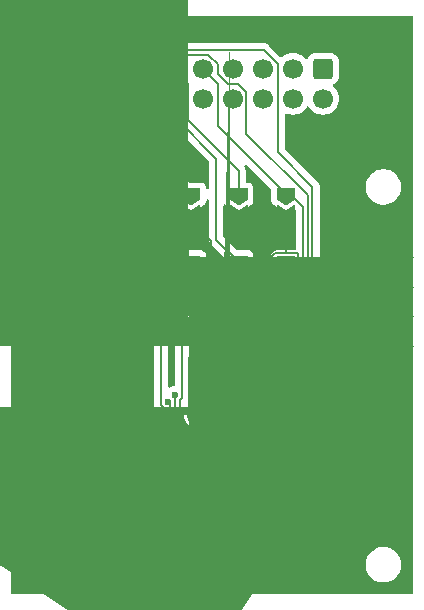
<source format=gtl>
G04 #@! TF.GenerationSoftware,KiCad,Pcbnew,8.0.5*
G04 #@! TF.CreationDate,2024-12-04T12:39:20-06:00*
G04 #@! TF.ProjectId,KiCad_ETDBR,4b694361-645f-4455-9444-42522e6b6963,rev?*
G04 #@! TF.SameCoordinates,Original*
G04 #@! TF.FileFunction,Copper,L1,Top*
G04 #@! TF.FilePolarity,Positive*
%FSLAX46Y46*%
G04 Gerber Fmt 4.6, Leading zero omitted, Abs format (unit mm)*
G04 Created by KiCad (PCBNEW 8.0.5) date 2024-12-04 12:39:20*
%MOMM*%
%LPD*%
G01*
G04 APERTURE LIST*
G04 Aperture macros list*
%AMRoundRect*
0 Rectangle with rounded corners*
0 $1 Rounding radius*
0 $2 $3 $4 $5 $6 $7 $8 $9 X,Y pos of 4 corners*
0 Add a 4 corners polygon primitive as box body*
4,1,4,$2,$3,$4,$5,$6,$7,$8,$9,$2,$3,0*
0 Add four circle primitives for the rounded corners*
1,1,$1+$1,$2,$3*
1,1,$1+$1,$4,$5*
1,1,$1+$1,$6,$7*
1,1,$1+$1,$8,$9*
0 Add four rect primitives between the rounded corners*
20,1,$1+$1,$2,$3,$4,$5,0*
20,1,$1+$1,$4,$5,$6,$7,0*
20,1,$1+$1,$6,$7,$8,$9,0*
20,1,$1+$1,$8,$9,$2,$3,0*%
%AMFreePoly0*
4,1,70,1.014978,1.789161,1.208563,1.714166,1.385071,1.604876,1.538492,1.465015,1.663601,1.299343,1.756138,1.113504,1.812952,0.913825,1.832107,0.707107,1.812952,0.500389,1.756138,0.300710,1.663601,0.114871,1.538492,-0.050801,1.385071,-0.190662,1.208563,-0.299952,1.014978,-0.374947,0.810909,-0.413094,0.603305,-0.413094,0.399236,-0.374947,0.205651,-0.299952,0.029143,-0.190662,
-0.060736,-0.108725,-0.062500,-0.108253,-0.075343,-0.095409,-0.124278,-0.050801,-0.249387,0.114871,-0.341924,0.300710,-0.398738,0.500389,-0.417893,0.707107,-0.172713,0.707107,-0.153487,0.524182,-0.096649,0.349252,-0.004682,0.189962,0.118393,0.053273,0.267197,-0.054839,0.435228,-0.129652,0.615141,-0.167893,0.799073,-0.167893,0.978986,-0.129652,1.147017,-0.054839,1.295821,0.053273,
1.418896,0.189962,1.510863,0.349252,1.567701,0.524182,1.586927,0.707107,1.567701,0.890032,1.510863,1.064962,1.418896,1.224252,1.295821,1.360941,1.147017,1.469053,0.978986,1.543866,0.799073,1.582107,0.615141,1.582107,0.435228,1.543866,0.267197,1.469053,0.118393,1.360941,-0.004682,1.224252,-0.096649,1.064962,-0.153487,0.890032,-0.172713,0.707107,-0.417893,0.707107,
-0.398738,0.913825,-0.341924,1.113504,-0.249387,1.299343,-0.124278,1.465015,0.029143,1.604876,0.205651,1.714166,0.399236,1.789161,0.603305,1.827308,0.810909,1.827308,1.014978,1.789161,1.014978,1.789161,$1*%
%AMFreePoly1*
4,1,70,1.014978,0.374947,1.208563,0.299952,1.385071,0.190662,1.538492,0.050801,1.663601,-0.114871,1.756138,-0.300710,1.812952,-0.500389,1.832107,-0.707107,1.812952,-0.913825,1.756138,-1.113504,1.663601,-1.299343,1.538492,-1.465015,1.385071,-1.604876,1.208563,-1.714166,1.014978,-1.789161,0.810909,-1.827308,0.603305,-1.827308,0.399236,-1.789161,0.205651,-1.714166,0.029143,-1.604876,
-0.124278,-1.465015,-0.249387,-1.299343,-0.341924,-1.113504,-0.398738,-0.913825,-0.417893,-0.707107,-0.172713,-0.707107,-0.153487,-0.890032,-0.096649,-1.064962,-0.004682,-1.224252,0.118393,-1.360941,0.267197,-1.469053,0.435228,-1.543866,0.615141,-1.582107,0.799073,-1.582107,0.978986,-1.543866,1.147017,-1.469053,1.295821,-1.360941,1.418896,-1.224252,1.510863,-1.064962,1.567701,-0.890032,
1.586927,-0.707107,1.567701,-0.524182,1.510863,-0.349252,1.418896,-0.189962,1.295821,-0.053273,1.147017,0.054839,0.978986,0.129652,0.799073,0.167893,0.615141,0.167893,0.435228,0.129652,0.267197,0.054839,0.118393,-0.053273,-0.004682,-0.189962,-0.096649,-0.349252,-0.153487,-0.524182,-0.172713,-0.707107,-0.417893,-0.707107,-0.398738,-0.500389,-0.341924,-0.300710,-0.249387,-0.114871,
-0.124278,0.050801,-0.075343,0.095409,-0.062500,0.108253,-0.060736,0.108725,0.029143,0.190662,0.205651,0.299952,0.399236,0.374947,0.603305,0.413094,0.810909,0.413094,1.014978,0.374947,1.014978,0.374947,$1*%
%AMFreePoly2*
4,1,70,-0.399236,0.374947,-0.205651,0.299952,-0.029143,0.190662,0.060736,0.108725,0.062500,0.108253,0.075343,0.095409,0.124278,0.050801,0.249387,-0.114871,0.341924,-0.300710,0.398738,-0.500389,0.417893,-0.707107,0.398738,-0.913825,0.341924,-1.113504,0.249387,-1.299343,0.124278,-1.465015,-0.029143,-1.604876,-0.205651,-1.714166,-0.399236,-1.789161,-0.603305,-1.827308,-0.810909,-1.827308,
-1.014978,-1.789161,-1.208563,-1.714166,-1.385071,-1.604876,-1.538492,-1.465015,-1.663601,-1.299343,-1.756138,-1.113504,-1.812952,-0.913825,-1.832107,-0.707107,-1.586927,-0.707107,-1.567701,-0.890032,-1.510863,-1.064962,-1.418896,-1.224252,-1.295821,-1.360941,-1.147017,-1.469053,-0.978986,-1.543866,-0.799073,-1.582107,-0.615141,-1.582107,-0.435228,-1.543866,-0.267197,-1.469053,-0.118393,-1.360941,
0.004682,-1.224252,0.096649,-1.064962,0.153487,-0.890032,0.172713,-0.707107,0.153487,-0.524182,0.096649,-0.349252,0.004682,-0.189962,-0.118393,-0.053273,-0.267197,0.054839,-0.435228,0.129652,-0.615141,0.167893,-0.799073,0.167893,-0.978986,0.129652,-1.147017,0.054839,-1.295821,-0.053273,-1.418896,-0.189962,-1.510863,-0.349252,-1.567701,-0.524182,-1.586927,-0.707107,-1.832107,-0.707107,
-1.812952,-0.500389,-1.756138,-0.300710,-1.663601,-0.114871,-1.538492,0.050801,-1.385071,0.190662,-1.208563,0.299952,-1.014978,0.374947,-0.810909,0.413094,-0.603305,0.413094,-0.399236,0.374947,-0.399236,0.374947,$1*%
%AMFreePoly3*
4,1,6,1.000000,0.000000,0.500000,-0.750000,-0.500000,-0.750000,-0.500000,0.750000,0.500000,0.750000,1.000000,0.000000,1.000000,0.000000,$1*%
%AMFreePoly4*
4,1,6,0.500000,-0.750000,-0.650000,-0.750000,-0.150000,0.000000,-0.650000,0.750000,0.500000,0.750000,0.500000,-0.750000,0.500000,-0.750000,$1*%
G04 Aperture macros list end*
G04 #@! TA.AperFunction,ComponentPad*
%ADD10C,0.750000*%
G04 #@! TD*
G04 #@! TA.AperFunction,SMDPad,CuDef*
%ADD11FreePoly0,0.000000*%
G04 #@! TD*
G04 #@! TA.AperFunction,SMDPad,CuDef*
%ADD12FreePoly1,0.000000*%
G04 #@! TD*
G04 #@! TA.AperFunction,SMDPad,CuDef*
%ADD13FreePoly2,0.000000*%
G04 #@! TD*
G04 #@! TA.AperFunction,ComponentPad*
%ADD14R,1.700000X1.700000*%
G04 #@! TD*
G04 #@! TA.AperFunction,SMDPad,CuDef*
%ADD15FreePoly3,270.000000*%
G04 #@! TD*
G04 #@! TA.AperFunction,SMDPad,CuDef*
%ADD16FreePoly4,270.000000*%
G04 #@! TD*
G04 #@! TA.AperFunction,ComponentPad*
%ADD17RoundRect,0.250000X-0.600000X0.600000X-0.600000X-0.600000X0.600000X-0.600000X0.600000X0.600000X0*%
G04 #@! TD*
G04 #@! TA.AperFunction,ComponentPad*
%ADD18C,1.700000*%
G04 #@! TD*
G04 #@! TA.AperFunction,ViaPad*
%ADD19C,0.600000*%
G04 #@! TD*
G04 #@! TA.AperFunction,Conductor*
%ADD20C,0.200000*%
G04 #@! TD*
G04 APERTURE END LIST*
D10*
X67030000Y-97835000D03*
X64530000Y-97835000D03*
X67030000Y-95335000D03*
X67030000Y-92835000D03*
X67030000Y-90335000D03*
X64530000Y-95335000D03*
X64530000Y-92835000D03*
X64530000Y-90335000D03*
D11*
X66322893Y-98542107D03*
D12*
X63822893Y-97127893D03*
D13*
X67737107Y-94627893D03*
X67737107Y-92127893D03*
X67737107Y-89627893D03*
D12*
X63822893Y-94627893D03*
X63822893Y-92127893D03*
X63822893Y-89627893D03*
D14*
X49780000Y-57465000D03*
D15*
X68030000Y-71610000D03*
D16*
X68030000Y-73060000D03*
D17*
X75160000Y-60965000D03*
D18*
X75160000Y-63505000D03*
X72620000Y-60965000D03*
X72620000Y-63505000D03*
X70080000Y-60965000D03*
X70080000Y-63505000D03*
X67540000Y-60965000D03*
X67540000Y-63505000D03*
X65000000Y-60965000D03*
X65000000Y-63505000D03*
X62460000Y-60965000D03*
X62460000Y-63505000D03*
X59920000Y-60965000D03*
X59920000Y-63505000D03*
X57380000Y-60965000D03*
X57380000Y-63505000D03*
D15*
X68030000Y-77335000D03*
D16*
X68030000Y-78785000D03*
D15*
X60030000Y-71610000D03*
D16*
X60030000Y-73060000D03*
D15*
X64030000Y-77335000D03*
D16*
X64030000Y-78785000D03*
D15*
X72030000Y-77335000D03*
D16*
X72030000Y-78785000D03*
D15*
X60030000Y-77335000D03*
D16*
X60030000Y-78785000D03*
D15*
X72030000Y-71610000D03*
D16*
X72030000Y-73060000D03*
D15*
X64030000Y-71610000D03*
D16*
X64030000Y-73060000D03*
D19*
X62635400Y-88633400D03*
X62035400Y-89179163D03*
X65840900Y-79165200D03*
X65827600Y-85387500D03*
X69025626Y-70088560D03*
X68780000Y-74965000D03*
X63780000Y-67965000D03*
X60280000Y-69465000D03*
X72020000Y-81363927D03*
X71185862Y-89932139D03*
X57715492Y-72890567D03*
X62332603Y-83457485D03*
X59780000Y-75465000D03*
X64780000Y-85965000D03*
X70280000Y-85465000D03*
X71380000Y-79736872D03*
X63780000Y-74965000D03*
D20*
X65600000Y-99265000D02*
X66322893Y-98542107D01*
X63932570Y-99265000D02*
X65600000Y-99265000D01*
X63095180Y-97280180D02*
X63095180Y-98427610D01*
X61780000Y-95965000D02*
X63095180Y-97280180D01*
X61435400Y-81871736D02*
X61435400Y-89427692D01*
X61435400Y-89427692D02*
X61780000Y-89772292D01*
X58975000Y-79411336D02*
X61435400Y-81871736D01*
X58975000Y-78008664D02*
X58975000Y-79411336D01*
X59153664Y-77830000D02*
X58975000Y-78008664D01*
X61780000Y-89772292D02*
X61780000Y-95965000D01*
X60525000Y-77830000D02*
X59153664Y-77830000D01*
X59833100Y-77138100D02*
X60525000Y-77830000D01*
X63095180Y-98427610D02*
X63932570Y-99265000D01*
X64844300Y-84400700D02*
X63822900Y-85422100D01*
X63822900Y-85422100D02*
X63822900Y-89627900D01*
X68134700Y-84400700D02*
X64844300Y-84400700D01*
X73482700Y-79052700D02*
X68134700Y-84400700D01*
X72404400Y-71610000D02*
X73482700Y-72688300D01*
X73482700Y-72688300D02*
X73482700Y-79052700D01*
X72030000Y-71610000D02*
X72404400Y-71610000D01*
X59833100Y-77138100D02*
X60030000Y-77335000D01*
X57380000Y-63505000D02*
X56780000Y-64105000D01*
X56780000Y-74085000D02*
X59833100Y-77138100D01*
X56780000Y-64105000D02*
X56780000Y-74085000D01*
X63730000Y-62235000D02*
X63730000Y-65340500D01*
X62635400Y-93440400D02*
X62635400Y-88633400D01*
X63730000Y-65340500D02*
X68030000Y-69640500D01*
X63822900Y-94627900D02*
X62635400Y-93440400D01*
X62460000Y-60965000D02*
X63730000Y-62235000D01*
X68030000Y-69640500D02*
X68030000Y-71610000D01*
X58650000Y-62235000D02*
X58650000Y-70230000D01*
X62235400Y-89379163D02*
X62235400Y-95540400D01*
X62235400Y-95540400D02*
X63822893Y-97127893D01*
X62035400Y-89179163D02*
X62235400Y-89379163D01*
X57380000Y-60965000D02*
X58650000Y-62235000D01*
X58650000Y-70230000D02*
X60030000Y-71610000D01*
X66270000Y-62235000D02*
X66270000Y-65850000D01*
X65000000Y-60965000D02*
X66270000Y-62235000D01*
X66270000Y-65850000D02*
X72030000Y-71610000D01*
X71350000Y-68006300D02*
X71350000Y-60592100D01*
X58741300Y-61760400D02*
X59920000Y-62939100D01*
X64030000Y-77335000D02*
X61680200Y-74985200D01*
X67737100Y-94627900D02*
X74282900Y-88082100D01*
X58741300Y-60454200D02*
X58741300Y-61760400D01*
X59920000Y-62939100D02*
X59920000Y-63505000D01*
X59816100Y-59379400D02*
X58741300Y-60454200D01*
X74282900Y-88082100D02*
X74282900Y-70939200D01*
X70137300Y-59379400D02*
X59816100Y-59379400D01*
X71350000Y-60592100D02*
X70137300Y-59379400D01*
X61680200Y-74985200D02*
X61680200Y-65265200D01*
X61680200Y-65265200D02*
X59920000Y-63505000D01*
X74282900Y-70939200D02*
X71350000Y-68006300D01*
X73882800Y-85982200D02*
X73882800Y-71670800D01*
X73882800Y-71670800D02*
X68690200Y-66478200D01*
X68690200Y-62966700D02*
X67958500Y-62235000D01*
X61309800Y-64066100D02*
X62328400Y-65084700D01*
X62328400Y-69908400D02*
X64030000Y-71610000D01*
X67090300Y-62235000D02*
X66270100Y-61414800D01*
X66270100Y-60597100D02*
X65452500Y-59779500D01*
X61309800Y-62354800D02*
X61309800Y-64066100D01*
X59920000Y-60965000D02*
X60370300Y-61415300D01*
X67958500Y-62235000D02*
X67090300Y-62235000D01*
X62006100Y-59779500D02*
X60370300Y-61415300D01*
X67737100Y-92127900D02*
X73882800Y-85982200D01*
X66270100Y-61414800D02*
X66270100Y-60597100D01*
X60370300Y-61415300D02*
X61309800Y-62354800D01*
X65452500Y-59779500D02*
X62006100Y-59779500D01*
X62328400Y-65084700D02*
X62328400Y-69908400D01*
X68690200Y-66478200D02*
X68690200Y-62966700D01*
X63235500Y-83056800D02*
X66484000Y-79808300D01*
X63077900Y-89039600D02*
X63235500Y-88882000D01*
X66484000Y-79808300D02*
X69175600Y-79808300D01*
X63822900Y-92127900D02*
X63077900Y-91382900D01*
X71648900Y-77335000D02*
X72030000Y-77335000D01*
X69175600Y-79808300D02*
X71648900Y-77335000D01*
X66484000Y-79808300D02*
X65840900Y-79165200D01*
X63077900Y-91382900D02*
X63077900Y-89039600D01*
X63235500Y-88882000D02*
X63235500Y-83056800D01*
X66128400Y-68601900D02*
X66128400Y-75433400D01*
X62869800Y-63914800D02*
X62869800Y-65343300D01*
X67737100Y-87297000D02*
X65827600Y-85387500D01*
X62460000Y-63505000D02*
X62869800Y-63914800D01*
X66128400Y-75433400D02*
X68030000Y-77335000D01*
X62869800Y-65343300D02*
X66128400Y-68601900D01*
X67737100Y-89627900D02*
X67737100Y-87297000D01*
X60030000Y-73060000D02*
X60030000Y-73860100D01*
X70280000Y-83103927D02*
X72020000Y-81363927D01*
X72030000Y-73460000D02*
X72030000Y-73860100D01*
X72030000Y-78785000D02*
X73080100Y-78785000D01*
X68000700Y-78785000D02*
X66979900Y-78785000D01*
X69080100Y-78785000D02*
X69080100Y-78592800D01*
X64030000Y-78785000D02*
X61080100Y-78785000D01*
X72030000Y-76534800D02*
X72948900Y-76534800D01*
X64059300Y-78785000D02*
X65080100Y-78785000D01*
X69080100Y-78592800D02*
X71138100Y-76534800D01*
X65688800Y-78176300D02*
X65080100Y-78785000D01*
X68000700Y-78785000D02*
X68030000Y-78785000D01*
X64030000Y-73060000D02*
X64030000Y-73860100D01*
X70280000Y-85465000D02*
X70280000Y-83103927D01*
X61080100Y-74910200D02*
X61080100Y-78785000D01*
X60030000Y-73860100D02*
X61080100Y-74910200D01*
X66979900Y-78785000D02*
X66371200Y-78176300D01*
X69480100Y-73460000D02*
X69080100Y-73060000D01*
X64030000Y-73860100D02*
X65688800Y-75518900D01*
X72948900Y-76534800D02*
X73080100Y-76666000D01*
X71138100Y-76534800D02*
X72030000Y-76534800D01*
X72030000Y-73860100D02*
X72030000Y-76534800D01*
X72030000Y-73460000D02*
X69480100Y-73460000D01*
X72030000Y-73060000D02*
X72030000Y-73460000D01*
X68030000Y-73060000D02*
X69080100Y-73060000D01*
X64059300Y-78785000D02*
X64030000Y-78785000D01*
X68030000Y-78785000D02*
X69080100Y-78785000D01*
X65688800Y-75518900D02*
X65688800Y-78176300D01*
X73080100Y-76666000D02*
X73080100Y-78785000D01*
X66371200Y-78176300D02*
X65688800Y-78176300D01*
X60030000Y-78785000D02*
X61080100Y-78785000D01*
G04 #@! TA.AperFunction,Conductor*
G36*
X73601734Y-87215014D02*
G01*
X73657667Y-87256886D01*
X73682084Y-87322350D01*
X73682400Y-87331196D01*
X73682400Y-87782003D01*
X73662715Y-87849042D01*
X73646081Y-87869684D01*
X68855392Y-92660372D01*
X68794069Y-92693857D01*
X68724377Y-92688873D01*
X68668444Y-92647001D01*
X68644239Y-92584126D01*
X68643927Y-92580755D01*
X68626786Y-92489059D01*
X68569729Y-92288525D01*
X68558701Y-92260060D01*
X68552839Y-92190438D01*
X68585548Y-92128698D01*
X68586561Y-92127672D01*
X73470721Y-87243513D01*
X73532042Y-87210030D01*
X73601734Y-87215014D01*
G37*
G04 #@! TD.AperFunction*
G04 #@! TA.AperFunction,Conductor*
G36*
X73201634Y-80285514D02*
G01*
X73257567Y-80327386D01*
X73281984Y-80392850D01*
X73282300Y-80401696D01*
X73282300Y-85682103D01*
X73262615Y-85749142D01*
X73245981Y-85769784D01*
X68855392Y-90160372D01*
X68794069Y-90193857D01*
X68724377Y-90188873D01*
X68668444Y-90147001D01*
X68644239Y-90084126D01*
X68643927Y-90080755D01*
X68626786Y-89989059D01*
X68569729Y-89788525D01*
X68559651Y-89762512D01*
X68536034Y-89701547D01*
X68443096Y-89514903D01*
X68443091Y-89514896D01*
X68393991Y-89435596D01*
X68393990Y-89435594D01*
X68362645Y-89394087D01*
X68337954Y-89328727D01*
X68337600Y-89319361D01*
X68337600Y-87386060D01*
X68337601Y-87386047D01*
X68337601Y-87217945D01*
X68337601Y-87217943D01*
X68296677Y-87065215D01*
X68217620Y-86928284D01*
X66658299Y-85368964D01*
X66624815Y-85307642D01*
X66622763Y-85295186D01*
X66612968Y-85208245D01*
X66598240Y-85166154D01*
X66594679Y-85096375D01*
X66629408Y-85035748D01*
X66691402Y-85003521D01*
X66715282Y-85001200D01*
X68048031Y-85001200D01*
X68048047Y-85001201D01*
X68055643Y-85001201D01*
X68213754Y-85001201D01*
X68213757Y-85001201D01*
X68366485Y-84960277D01*
X68416604Y-84931339D01*
X68503416Y-84881220D01*
X68615220Y-84769416D01*
X68615220Y-84769414D01*
X68625428Y-84759207D01*
X68625429Y-84759204D01*
X73070621Y-80314013D01*
X73131942Y-80280530D01*
X73201634Y-80285514D01*
G37*
G04 #@! TD.AperFunction*
G04 #@! TA.AperFunction,Conductor*
G36*
X64942508Y-85254241D02*
G01*
X64998441Y-85296113D01*
X65022858Y-85361577D01*
X65022395Y-85384301D01*
X65022035Y-85387497D01*
X65022035Y-85387503D01*
X65042230Y-85566749D01*
X65042231Y-85566754D01*
X65101811Y-85737023D01*
X65197784Y-85889762D01*
X65325338Y-86017316D01*
X65478078Y-86113289D01*
X65648345Y-86172868D01*
X65735269Y-86182661D01*
X65799680Y-86209726D01*
X65809065Y-86218200D01*
X67100281Y-87509416D01*
X67133766Y-87570739D01*
X67136600Y-87597097D01*
X67136600Y-88580500D01*
X67116915Y-88647539D01*
X67064111Y-88693294D01*
X67012600Y-88704500D01*
X66925753Y-88704500D01*
X66908953Y-88706056D01*
X66832877Y-88713105D01*
X66832876Y-88713106D01*
X66832872Y-88713106D01*
X66832869Y-88713107D01*
X66627926Y-88751417D01*
X66627920Y-88751418D01*
X66627918Y-88751419D01*
X66538217Y-88776941D01*
X66538207Y-88776944D01*
X66538201Y-88776946D01*
X66440994Y-88814604D01*
X66343786Y-88852263D01*
X66260296Y-88893835D01*
X66260291Y-88893837D01*
X66083025Y-89003595D01*
X66008579Y-89059813D01*
X66008573Y-89059817D01*
X65863538Y-89192035D01*
X65800734Y-89222652D01*
X65731347Y-89214454D01*
X65696462Y-89192035D01*
X65551426Y-89059817D01*
X65551420Y-89059813D01*
X65476979Y-89003598D01*
X65299714Y-88893841D01*
X65299708Y-88893837D01*
X65299703Y-88893835D01*
X65216213Y-88852263D01*
X65021799Y-88776946D01*
X65021785Y-88776942D01*
X65021782Y-88776941D01*
X64932081Y-88751419D01*
X64932074Y-88751417D01*
X64727131Y-88713107D01*
X64727125Y-88713106D01*
X64727123Y-88713106D01*
X64727122Y-88713105D01*
X64652124Y-88706156D01*
X64634247Y-88704500D01*
X64547400Y-88704500D01*
X64480361Y-88684815D01*
X64434606Y-88632011D01*
X64423400Y-88580500D01*
X64423400Y-85722197D01*
X64443085Y-85655158D01*
X64459719Y-85634516D01*
X64755951Y-85338284D01*
X64811494Y-85282741D01*
X64872816Y-85249257D01*
X64942508Y-85254241D01*
G37*
G04 #@! TD.AperFunction*
G04 #@! TA.AperFunction,Conductor*
G36*
X58005956Y-64783205D02*
G01*
X58044196Y-64841681D01*
X58049500Y-64877560D01*
X58049500Y-70143330D01*
X58049499Y-70143348D01*
X58049499Y-70309054D01*
X58049498Y-70309054D01*
X58090423Y-70461787D01*
X58090424Y-70461788D01*
X58093996Y-70467974D01*
X58093998Y-70467977D01*
X58169477Y-70598712D01*
X58169481Y-70598717D01*
X58288349Y-70717585D01*
X58288355Y-70717590D01*
X58738181Y-71167416D01*
X58771666Y-71228739D01*
X58774500Y-71255097D01*
X58774500Y-72110015D01*
X58778507Y-72173523D01*
X58816714Y-72312229D01*
X58816719Y-72312241D01*
X58888737Y-72428553D01*
X58892460Y-72434566D01*
X58999599Y-72530601D01*
X58999601Y-72530602D01*
X58999603Y-72530604D01*
X59646756Y-72962039D01*
X59749599Y-73030601D01*
X59763890Y-73039786D01*
X59895754Y-73097348D01*
X59924302Y-73100964D01*
X60038490Y-73115429D01*
X60038491Y-73115428D01*
X60038494Y-73115429D01*
X60180546Y-73092562D01*
X60310401Y-73030601D01*
X60886917Y-72646257D01*
X60953616Y-72625449D01*
X61020977Y-72644004D01*
X61067613Y-72696031D01*
X61079700Y-72749431D01*
X61079700Y-74898530D01*
X61079699Y-74898548D01*
X61079699Y-75064254D01*
X61079698Y-75064254D01*
X61120623Y-75216985D01*
X61149558Y-75267100D01*
X61149559Y-75267104D01*
X61149560Y-75267104D01*
X61199679Y-75353914D01*
X61199681Y-75353917D01*
X61318549Y-75472785D01*
X61318555Y-75472790D01*
X62738181Y-76892416D01*
X62771666Y-76953739D01*
X62774500Y-76980097D01*
X62774500Y-77835015D01*
X62778507Y-77898523D01*
X62816714Y-78037229D01*
X62816719Y-78037241D01*
X62892460Y-78159566D01*
X62999599Y-78255601D01*
X62999601Y-78255602D01*
X62999603Y-78255604D01*
X63745102Y-78752603D01*
X63749599Y-78755601D01*
X63763890Y-78764786D01*
X63895754Y-78822348D01*
X63924302Y-78825964D01*
X64038490Y-78840429D01*
X64038491Y-78840428D01*
X64038494Y-78840429D01*
X64180546Y-78817562D01*
X64310401Y-78755601D01*
X65060401Y-78255601D01*
X65111032Y-78217031D01*
X65205254Y-78108294D01*
X65265024Y-77977416D01*
X65285500Y-77835000D01*
X65285500Y-76835000D01*
X65280355Y-76763060D01*
X65239819Y-76625008D01*
X65162031Y-76503968D01*
X65103173Y-76452967D01*
X65053299Y-76409750D01*
X65053297Y-76409748D01*
X65053294Y-76409746D01*
X65053290Y-76409744D01*
X64922419Y-76349976D01*
X64922414Y-76349975D01*
X64780000Y-76329500D01*
X63925097Y-76329500D01*
X63858058Y-76309815D01*
X63837416Y-76293181D01*
X62317019Y-74772784D01*
X62283534Y-74711461D01*
X62280700Y-74685103D01*
X62280700Y-71009297D01*
X62300385Y-70942258D01*
X62353189Y-70896503D01*
X62422347Y-70886559D01*
X62485903Y-70915584D01*
X62492381Y-70921616D01*
X62738181Y-71167416D01*
X62771666Y-71228739D01*
X62774500Y-71255097D01*
X62774500Y-72110015D01*
X62778507Y-72173523D01*
X62816714Y-72312229D01*
X62816719Y-72312241D01*
X62888737Y-72428553D01*
X62892460Y-72434566D01*
X62999599Y-72530601D01*
X62999601Y-72530602D01*
X62999603Y-72530604D01*
X63646756Y-72962039D01*
X63749599Y-73030601D01*
X63763890Y-73039786D01*
X63895754Y-73097348D01*
X63924302Y-73100964D01*
X64038490Y-73115429D01*
X64038491Y-73115428D01*
X64038494Y-73115429D01*
X64180546Y-73092562D01*
X64310401Y-73030601D01*
X65060401Y-72530601D01*
X65111032Y-72492031D01*
X65205254Y-72383294D01*
X65265024Y-72252416D01*
X65281162Y-72140170D01*
X65310187Y-72076615D01*
X65368965Y-72038840D01*
X65438834Y-72038840D01*
X65497613Y-72076614D01*
X65526638Y-72140169D01*
X65527900Y-72157817D01*
X65527900Y-75346730D01*
X65527899Y-75346748D01*
X65527899Y-75512454D01*
X65527898Y-75512454D01*
X65568823Y-75665185D01*
X65597758Y-75715300D01*
X65597759Y-75715304D01*
X65597760Y-75715304D01*
X65647879Y-75802114D01*
X65647881Y-75802117D01*
X65766749Y-75920985D01*
X65766755Y-75920990D01*
X66738181Y-76892416D01*
X66771666Y-76953739D01*
X66774500Y-76980097D01*
X66774500Y-77835015D01*
X66778507Y-77898523D01*
X66816714Y-78037229D01*
X66816719Y-78037241D01*
X66892460Y-78159566D01*
X66999599Y-78255601D01*
X66999601Y-78255602D01*
X66999603Y-78255604D01*
X67745102Y-78752603D01*
X67749599Y-78755601D01*
X67763890Y-78764786D01*
X67895754Y-78822348D01*
X67924302Y-78825964D01*
X68038490Y-78840429D01*
X68038491Y-78840428D01*
X68038494Y-78840429D01*
X68180546Y-78817562D01*
X68310401Y-78755601D01*
X69060401Y-78255601D01*
X69111032Y-78217031D01*
X69205254Y-78108294D01*
X69265024Y-77977416D01*
X69285500Y-77835000D01*
X69285500Y-76835000D01*
X69280355Y-76763060D01*
X69239819Y-76625008D01*
X69162031Y-76503968D01*
X69103173Y-76452967D01*
X69053299Y-76409750D01*
X69053297Y-76409748D01*
X69053294Y-76409746D01*
X69053290Y-76409744D01*
X68922419Y-76349976D01*
X68922414Y-76349975D01*
X68780000Y-76329500D01*
X67925098Y-76329500D01*
X67858059Y-76309815D01*
X67837417Y-76293181D01*
X66765219Y-75220983D01*
X66731734Y-75159660D01*
X66728900Y-75133302D01*
X66728900Y-72565629D01*
X66748585Y-72498590D01*
X66801389Y-72452835D01*
X66870547Y-72442891D01*
X66934103Y-72471916D01*
X66935595Y-72473230D01*
X66999599Y-72530601D01*
X66999604Y-72530604D01*
X66999607Y-72530607D01*
X67749585Y-73030592D01*
X67749599Y-73030601D01*
X67763890Y-73039786D01*
X67895754Y-73097348D01*
X67924302Y-73100964D01*
X68038490Y-73115429D01*
X68038491Y-73115428D01*
X68038494Y-73115429D01*
X68180546Y-73092562D01*
X68310401Y-73030601D01*
X69060401Y-72530601D01*
X69111032Y-72492031D01*
X69205254Y-72383294D01*
X69265024Y-72252416D01*
X69285500Y-72110000D01*
X69285500Y-71110000D01*
X69280355Y-71038060D01*
X69277473Y-71028246D01*
X69259661Y-70967584D01*
X69239819Y-70900008D01*
X69162031Y-70778968D01*
X69149904Y-70768460D01*
X69053299Y-70684750D01*
X69053297Y-70684748D01*
X69053294Y-70684746D01*
X69053290Y-70684744D01*
X68922419Y-70624976D01*
X68922414Y-70624975D01*
X68780000Y-70604500D01*
X68754500Y-70604500D01*
X68687461Y-70584815D01*
X68641706Y-70532011D01*
X68630500Y-70480500D01*
X68630500Y-69561446D01*
X68630500Y-69561443D01*
X68614425Y-69501447D01*
X68604525Y-69464498D01*
X68604525Y-69464497D01*
X68589578Y-69408718D01*
X68589574Y-69408709D01*
X68554999Y-69348824D01*
X68554998Y-69348823D01*
X68527893Y-69301876D01*
X68511423Y-69233977D01*
X68534276Y-69167950D01*
X68589198Y-69124761D01*
X68658751Y-69118120D01*
X68720853Y-69150138D01*
X68722963Y-69152198D01*
X70738181Y-71167416D01*
X70771666Y-71228739D01*
X70774500Y-71255097D01*
X70774500Y-72110015D01*
X70778507Y-72173523D01*
X70816714Y-72312229D01*
X70816719Y-72312241D01*
X70888737Y-72428553D01*
X70892460Y-72434566D01*
X70999599Y-72530601D01*
X70999601Y-72530602D01*
X70999603Y-72530604D01*
X71646756Y-72962039D01*
X71749599Y-73030601D01*
X71763890Y-73039786D01*
X71895754Y-73097348D01*
X71924302Y-73100964D01*
X72038490Y-73115429D01*
X72038491Y-73115428D01*
X72038494Y-73115429D01*
X72180546Y-73092562D01*
X72310401Y-73030601D01*
X72625038Y-72820842D01*
X72691736Y-72800035D01*
X72759097Y-72818590D01*
X72781501Y-72836336D01*
X72845881Y-72900716D01*
X72879366Y-72962039D01*
X72882200Y-72988397D01*
X72882200Y-76205500D01*
X72862515Y-76272539D01*
X72809711Y-76318294D01*
X72758200Y-76329500D01*
X71279997Y-76329500D01*
X71208059Y-76334644D01*
X71070005Y-76375182D01*
X70948969Y-76452967D01*
X70948965Y-76452971D01*
X70854750Y-76561700D01*
X70854744Y-76561709D01*
X70794976Y-76692580D01*
X70794975Y-76692585D01*
X70774500Y-76834999D01*
X70774500Y-77308803D01*
X70754815Y-77375842D01*
X70738181Y-77396484D01*
X68963184Y-79171481D01*
X68901861Y-79204966D01*
X68875503Y-79207800D01*
X66784099Y-79207800D01*
X66717060Y-79188115D01*
X66696418Y-79171481D01*
X66671600Y-79146663D01*
X66638115Y-79085340D01*
X66636061Y-79072864D01*
X66626269Y-78985947D01*
X66566689Y-78815678D01*
X66533990Y-78763638D01*
X66470716Y-78662938D01*
X66343162Y-78535384D01*
X66287915Y-78500670D01*
X66190423Y-78439411D01*
X66020154Y-78379831D01*
X66020149Y-78379830D01*
X65840904Y-78359635D01*
X65840896Y-78359635D01*
X65661650Y-78379830D01*
X65661645Y-78379831D01*
X65491376Y-78439411D01*
X65338637Y-78535384D01*
X65211084Y-78662937D01*
X65115111Y-78815676D01*
X65055531Y-78985945D01*
X65055530Y-78985950D01*
X65035335Y-79165196D01*
X65035335Y-79165203D01*
X65055530Y-79344449D01*
X65055531Y-79344454D01*
X65115111Y-79514723D01*
X65211084Y-79667462D01*
X65338637Y-79795015D01*
X65338640Y-79795017D01*
X65396995Y-79831685D01*
X65443286Y-79884020D01*
X65453933Y-79953073D01*
X65425558Y-80016921D01*
X65418703Y-80024359D01*
X62866786Y-82576278D01*
X62754981Y-82688082D01*
X62754979Y-82688085D01*
X62704861Y-82774894D01*
X62704859Y-82774896D01*
X62675925Y-82825009D01*
X62675924Y-82825010D01*
X62675923Y-82825015D01*
X62634999Y-82977743D01*
X62634999Y-82977745D01*
X62634999Y-83145846D01*
X62635000Y-83145859D01*
X62635000Y-87717066D01*
X62615315Y-87784105D01*
X62562511Y-87829860D01*
X62524884Y-87840286D01*
X62456149Y-87848030D01*
X62456145Y-87848031D01*
X62285876Y-87907611D01*
X62225872Y-87945315D01*
X62158635Y-87964315D01*
X62091800Y-87943947D01*
X62046586Y-87890679D01*
X62035900Y-87840321D01*
X62035900Y-81792681D01*
X62035900Y-81792679D01*
X61994977Y-81639952D01*
X61994977Y-81639951D01*
X61994977Y-81639950D01*
X61966039Y-81589831D01*
X61966037Y-81589828D01*
X61915920Y-81503020D01*
X61804116Y-81391216D01*
X61804115Y-81391215D01*
X61799785Y-81386885D01*
X61799774Y-81386875D01*
X59611819Y-79198920D01*
X59578334Y-79137597D01*
X59575500Y-79111239D01*
X59575500Y-78870804D01*
X59595185Y-78803765D01*
X59647989Y-78758010D01*
X59717147Y-78748066D01*
X59758888Y-78763638D01*
X59759525Y-78762450D01*
X59763886Y-78764783D01*
X59763890Y-78764786D01*
X59895754Y-78822348D01*
X59924302Y-78825964D01*
X60038490Y-78840429D01*
X60038491Y-78840428D01*
X60038494Y-78840429D01*
X60180546Y-78817562D01*
X60310401Y-78755601D01*
X61060401Y-78255601D01*
X61111032Y-78217031D01*
X61205254Y-78108294D01*
X61265024Y-77977416D01*
X61285500Y-77835000D01*
X61285500Y-76835000D01*
X61280355Y-76763060D01*
X61239819Y-76625008D01*
X61162031Y-76503968D01*
X61103173Y-76452967D01*
X61053299Y-76409750D01*
X61053297Y-76409748D01*
X61053294Y-76409746D01*
X61053290Y-76409744D01*
X60922419Y-76349976D01*
X60922414Y-76349975D01*
X60780000Y-76329500D01*
X59925097Y-76329500D01*
X59858058Y-76309815D01*
X59837416Y-76293181D01*
X57416819Y-73872584D01*
X57383334Y-73811261D01*
X57380500Y-73784903D01*
X57380500Y-64974239D01*
X57400185Y-64907200D01*
X57452989Y-64861445D01*
X57493688Y-64850712D01*
X57615408Y-64840063D01*
X57843663Y-64778903D01*
X57873097Y-64765177D01*
X57942171Y-64754686D01*
X58005956Y-64783205D01*
G37*
G04 #@! TD.AperFunction*
G04 #@! TA.AperFunction,Conductor*
G36*
X72823477Y-78500670D02*
G01*
X72870113Y-78552697D01*
X72882200Y-78606097D01*
X72882200Y-78752603D01*
X72862515Y-78819642D01*
X72845881Y-78840284D01*
X67922284Y-83763881D01*
X67860961Y-83797366D01*
X67834603Y-83800200D01*
X64930970Y-83800200D01*
X64930954Y-83800199D01*
X64923358Y-83800199D01*
X64765243Y-83800199D01*
X64688879Y-83820661D01*
X64612514Y-83841123D01*
X64612509Y-83841126D01*
X64475590Y-83920175D01*
X64475582Y-83920181D01*
X64047681Y-84348083D01*
X63986358Y-84381568D01*
X63916666Y-84376584D01*
X63860733Y-84334712D01*
X63836316Y-84269248D01*
X63836000Y-84260402D01*
X63836000Y-83356897D01*
X63855685Y-83289858D01*
X63872319Y-83269216D01*
X66696417Y-80445119D01*
X66757740Y-80411634D01*
X66784098Y-80408800D01*
X69088931Y-80408800D01*
X69088947Y-80408801D01*
X69096543Y-80408801D01*
X69254654Y-80408801D01*
X69254657Y-80408801D01*
X69407385Y-80367877D01*
X69457504Y-80338939D01*
X69544316Y-80288820D01*
X69656120Y-80177016D01*
X69656120Y-80177014D01*
X69666328Y-80166807D01*
X69666329Y-80166804D01*
X71274480Y-78558654D01*
X71335801Y-78525171D01*
X71405493Y-78530155D01*
X71430942Y-78543163D01*
X71738296Y-78748066D01*
X71749599Y-78755601D01*
X71763890Y-78764786D01*
X71895754Y-78822348D01*
X71924302Y-78825964D01*
X72038490Y-78840429D01*
X72038491Y-78840428D01*
X72038494Y-78840429D01*
X72180546Y-78817562D01*
X72310401Y-78755601D01*
X72689417Y-78502922D01*
X72756116Y-78482115D01*
X72823477Y-78500670D01*
G37*
G04 #@! TD.AperFunction*
G04 #@! TA.AperFunction,Conductor*
G36*
X63134103Y-66457284D02*
G01*
X63140581Y-66463316D01*
X65491581Y-68814316D01*
X65525066Y-68875639D01*
X65527900Y-68901997D01*
X65527900Y-71027269D01*
X65508215Y-71094308D01*
X65455411Y-71140063D01*
X65386253Y-71150007D01*
X65322697Y-71120982D01*
X65284923Y-71062204D01*
X65281739Y-71044561D01*
X65281535Y-71044598D01*
X65280356Y-71038063D01*
X65259661Y-70967584D01*
X65239819Y-70900008D01*
X65162031Y-70778968D01*
X65149904Y-70768460D01*
X65053299Y-70684750D01*
X65053297Y-70684748D01*
X65053294Y-70684746D01*
X65053290Y-70684744D01*
X64922419Y-70624976D01*
X64922414Y-70624975D01*
X64780000Y-70604500D01*
X63925098Y-70604500D01*
X63858059Y-70584815D01*
X63837417Y-70568181D01*
X62965219Y-69695983D01*
X62931734Y-69634660D01*
X62928900Y-69608302D01*
X62928900Y-66550997D01*
X62948585Y-66483958D01*
X63001389Y-66438203D01*
X63070547Y-66428259D01*
X63134103Y-66457284D01*
G37*
G04 #@! TD.AperFunction*
G04 #@! TA.AperFunction,Conductor*
G36*
X59426900Y-64765176D02*
G01*
X59456337Y-64778903D01*
X59684592Y-64840063D01*
X59872918Y-64856539D01*
X59919999Y-64860659D01*
X59920000Y-64860659D01*
X59920001Y-64860659D01*
X59959234Y-64857226D01*
X60155408Y-64840063D01*
X60283757Y-64805672D01*
X60353606Y-64807335D01*
X60403531Y-64837766D01*
X61043381Y-65477616D01*
X61076866Y-65538939D01*
X61079700Y-65565297D01*
X61079700Y-70505513D01*
X61060015Y-70572552D01*
X61007211Y-70618307D01*
X60938053Y-70628251D01*
X60924115Y-70625220D01*
X60780000Y-70604500D01*
X59925098Y-70604500D01*
X59858059Y-70584815D01*
X59837417Y-70568181D01*
X59286819Y-70017583D01*
X59253334Y-69956260D01*
X59250500Y-69929902D01*
X59250500Y-64877560D01*
X59270185Y-64810521D01*
X59322989Y-64764766D01*
X59392147Y-64754822D01*
X59426900Y-64765176D01*
G37*
G04 #@! TD.AperFunction*
G04 #@! TA.AperFunction,Conductor*
G36*
X82722539Y-56485185D02*
G01*
X82768294Y-56537989D01*
X82779500Y-56589500D01*
X82779500Y-105340500D01*
X82759815Y-105407539D01*
X82707011Y-105453294D01*
X82655500Y-105464500D01*
X48904500Y-105464500D01*
X48837461Y-105444815D01*
X48791706Y-105392011D01*
X48780500Y-105340500D01*
X48780500Y-102846902D01*
X49779500Y-102846902D01*
X49779500Y-103083097D01*
X49816446Y-103316368D01*
X49889433Y-103540996D01*
X49996657Y-103751433D01*
X50135483Y-103942510D01*
X50302490Y-104109517D01*
X50493567Y-104248343D01*
X50592991Y-104299002D01*
X50704003Y-104355566D01*
X50704005Y-104355566D01*
X50704008Y-104355568D01*
X50824412Y-104394689D01*
X50928631Y-104428553D01*
X51161903Y-104465500D01*
X51161908Y-104465500D01*
X51398097Y-104465500D01*
X51631368Y-104428553D01*
X51855992Y-104355568D01*
X52066433Y-104248343D01*
X52257510Y-104109517D01*
X52424517Y-103942510D01*
X52563343Y-103751433D01*
X52670568Y-103540992D01*
X52743553Y-103316368D01*
X52780500Y-103083097D01*
X52780500Y-102846902D01*
X78779500Y-102846902D01*
X78779500Y-103083097D01*
X78816446Y-103316368D01*
X78889433Y-103540996D01*
X78996657Y-103751433D01*
X79135483Y-103942510D01*
X79302490Y-104109517D01*
X79493567Y-104248343D01*
X79592991Y-104299002D01*
X79704003Y-104355566D01*
X79704005Y-104355566D01*
X79704008Y-104355568D01*
X79824412Y-104394689D01*
X79928631Y-104428553D01*
X80161903Y-104465500D01*
X80161908Y-104465500D01*
X80398097Y-104465500D01*
X80631368Y-104428553D01*
X80855992Y-104355568D01*
X81066433Y-104248343D01*
X81257510Y-104109517D01*
X81424517Y-103942510D01*
X81563343Y-103751433D01*
X81670568Y-103540992D01*
X81743553Y-103316368D01*
X81780500Y-103083097D01*
X81780500Y-102846902D01*
X81743553Y-102613631D01*
X81670566Y-102389003D01*
X81563342Y-102178566D01*
X81424517Y-101987490D01*
X81257510Y-101820483D01*
X81066433Y-101681657D01*
X80855996Y-101574433D01*
X80631368Y-101501446D01*
X80398097Y-101464500D01*
X80398092Y-101464500D01*
X80161908Y-101464500D01*
X80161903Y-101464500D01*
X79928631Y-101501446D01*
X79704003Y-101574433D01*
X79493566Y-101681657D01*
X79384550Y-101760862D01*
X79302490Y-101820483D01*
X79302488Y-101820485D01*
X79302487Y-101820485D01*
X79135485Y-101987487D01*
X79135485Y-101987488D01*
X79135483Y-101987490D01*
X79075862Y-102069550D01*
X78996657Y-102178566D01*
X78889433Y-102389003D01*
X78816446Y-102613631D01*
X78779500Y-102846902D01*
X52780500Y-102846902D01*
X52743553Y-102613631D01*
X52670566Y-102389003D01*
X52563342Y-102178566D01*
X52424517Y-101987490D01*
X52257510Y-101820483D01*
X52066433Y-101681657D01*
X51855996Y-101574433D01*
X51631368Y-101501446D01*
X51398097Y-101464500D01*
X51398092Y-101464500D01*
X51161908Y-101464500D01*
X51161903Y-101464500D01*
X50928631Y-101501446D01*
X50704003Y-101574433D01*
X50493566Y-101681657D01*
X50384550Y-101760862D01*
X50302490Y-101820483D01*
X50302488Y-101820485D01*
X50302487Y-101820485D01*
X50135485Y-101987487D01*
X50135485Y-101987488D01*
X50135483Y-101987490D01*
X50075862Y-102069550D01*
X49996657Y-102178566D01*
X49889433Y-102389003D01*
X49816446Y-102613631D01*
X49779500Y-102846902D01*
X48780500Y-102846902D01*
X48780500Y-70846902D01*
X49779500Y-70846902D01*
X49779500Y-71083097D01*
X49816446Y-71316368D01*
X49889433Y-71540996D01*
X49996657Y-71751433D01*
X50135483Y-71942510D01*
X50302490Y-72109517D01*
X50493567Y-72248343D01*
X50501567Y-72252419D01*
X50704003Y-72355566D01*
X50704005Y-72355566D01*
X50704008Y-72355568D01*
X50789340Y-72383294D01*
X50928631Y-72428553D01*
X51161903Y-72465500D01*
X51161908Y-72465500D01*
X51398097Y-72465500D01*
X51631368Y-72428553D01*
X51855992Y-72355568D01*
X52066433Y-72248343D01*
X52257510Y-72109517D01*
X52424517Y-71942510D01*
X52563343Y-71751433D01*
X52670568Y-71540992D01*
X52743553Y-71316368D01*
X52780500Y-71083097D01*
X52780500Y-70846902D01*
X52743553Y-70613631D01*
X52693205Y-70458678D01*
X52670568Y-70389008D01*
X52670566Y-70389005D01*
X52670566Y-70389003D01*
X52563342Y-70178566D01*
X52424517Y-69987490D01*
X52257510Y-69820483D01*
X52066433Y-69681657D01*
X51855996Y-69574433D01*
X51631368Y-69501446D01*
X51398097Y-69464500D01*
X51398092Y-69464500D01*
X51161908Y-69464500D01*
X51161903Y-69464500D01*
X50928631Y-69501446D01*
X50704003Y-69574433D01*
X50493566Y-69681657D01*
X50384550Y-69760862D01*
X50302490Y-69820483D01*
X50302488Y-69820485D01*
X50302487Y-69820485D01*
X50135485Y-69987487D01*
X50135485Y-69987488D01*
X50135483Y-69987490D01*
X50113619Y-70017583D01*
X49996657Y-70178566D01*
X49889433Y-70389003D01*
X49816446Y-70613631D01*
X49779500Y-70846902D01*
X48780500Y-70846902D01*
X48780500Y-60964999D01*
X56024341Y-60964999D01*
X56024341Y-60965000D01*
X56044936Y-61200403D01*
X56044938Y-61200413D01*
X56106094Y-61428655D01*
X56106096Y-61428659D01*
X56106097Y-61428663D01*
X56110000Y-61437032D01*
X56205965Y-61642830D01*
X56205967Y-61642834D01*
X56312670Y-61795220D01*
X56341504Y-61836400D01*
X56341506Y-61836402D01*
X56508597Y-62003493D01*
X56508603Y-62003498D01*
X56694158Y-62133425D01*
X56737783Y-62188002D01*
X56744977Y-62257500D01*
X56713454Y-62319855D01*
X56694158Y-62336575D01*
X56508597Y-62466505D01*
X56341505Y-62633597D01*
X56205965Y-62827169D01*
X56205964Y-62827171D01*
X56106098Y-63041335D01*
X56106094Y-63041344D01*
X56044938Y-63269586D01*
X56044936Y-63269596D01*
X56024341Y-63504999D01*
X56024341Y-63505000D01*
X56044936Y-63740403D01*
X56044938Y-63740413D01*
X56106094Y-63968655D01*
X56106096Y-63968659D01*
X56106097Y-63968663D01*
X56110000Y-63977032D01*
X56167881Y-64101158D01*
X56179499Y-64153563D01*
X56179499Y-64194046D01*
X56179500Y-64194059D01*
X56179500Y-73998330D01*
X56179499Y-73998348D01*
X56179499Y-74164054D01*
X56179498Y-74164054D01*
X56220423Y-74316785D01*
X56249358Y-74366900D01*
X56249359Y-74366904D01*
X56249360Y-74366904D01*
X56299479Y-74453714D01*
X56299481Y-74453717D01*
X56418349Y-74572585D01*
X56418355Y-74572590D01*
X58738181Y-76892416D01*
X58771666Y-76953739D01*
X58774500Y-76980097D01*
X58774500Y-77308566D01*
X58754815Y-77375605D01*
X58738181Y-77396247D01*
X58494481Y-77639946D01*
X58494480Y-77639948D01*
X58461151Y-77697676D01*
X58415423Y-77776879D01*
X58374499Y-77929607D01*
X58374499Y-77929609D01*
X58374499Y-78097710D01*
X58374500Y-78097723D01*
X58374500Y-79324666D01*
X58374499Y-79324684D01*
X58374499Y-79490390D01*
X58374498Y-79490390D01*
X58415423Y-79643121D01*
X58444358Y-79693236D01*
X58444359Y-79693240D01*
X58444360Y-79693240D01*
X58494479Y-79780050D01*
X58494481Y-79780053D01*
X58613349Y-79898921D01*
X58613355Y-79898926D01*
X60798581Y-82084152D01*
X60832066Y-82145475D01*
X60834900Y-82171833D01*
X60834900Y-89341022D01*
X60834899Y-89341040D01*
X60834899Y-89506746D01*
X60834898Y-89506746D01*
X60834899Y-89506749D01*
X60875823Y-89659477D01*
X60900109Y-89701541D01*
X60950325Y-89788518D01*
X60954879Y-89796406D01*
X60954881Y-89796409D01*
X61073749Y-89915277D01*
X61073755Y-89915282D01*
X61143181Y-89984708D01*
X61176666Y-90046031D01*
X61179500Y-90072389D01*
X61179500Y-95878330D01*
X61179499Y-95878348D01*
X61179499Y-96044054D01*
X61179498Y-96044054D01*
X61220423Y-96196785D01*
X61229847Y-96213107D01*
X61229848Y-96213110D01*
X61299475Y-96333709D01*
X61299481Y-96333717D01*
X61418349Y-96452585D01*
X61418355Y-96452590D01*
X62458361Y-97492596D01*
X62491846Y-97553919D01*
X62494680Y-97580277D01*
X62494680Y-98340940D01*
X62494679Y-98340958D01*
X62494679Y-98506664D01*
X62494678Y-98506664D01*
X62494679Y-98506667D01*
X62535603Y-98659395D01*
X62543017Y-98672236D01*
X62543018Y-98672237D01*
X62543018Y-98672238D01*
X62614657Y-98796322D01*
X62614661Y-98796327D01*
X62733529Y-98915195D01*
X62733535Y-98915200D01*
X63447709Y-99629374D01*
X63447719Y-99629385D01*
X63452049Y-99633715D01*
X63452050Y-99633716D01*
X63563854Y-99745520D01*
X63650665Y-99795639D01*
X63650667Y-99795641D01*
X63700783Y-99824576D01*
X63700785Y-99824577D01*
X63853512Y-99865500D01*
X63853513Y-99865500D01*
X65513331Y-99865500D01*
X65513347Y-99865501D01*
X65520943Y-99865501D01*
X65679054Y-99865501D01*
X65679057Y-99865501D01*
X65831785Y-99824577D01*
X65881904Y-99795639D01*
X65968716Y-99745520D01*
X66080520Y-99633716D01*
X66080520Y-99633714D01*
X66090728Y-99623507D01*
X66090730Y-99623504D01*
X66324647Y-99389586D01*
X66385968Y-99356103D01*
X66455660Y-99361087D01*
X66457120Y-99361643D01*
X66529254Y-99389588D01*
X66538201Y-99393054D01*
X66627926Y-99418583D01*
X66832869Y-99456893D01*
X66832876Y-99456893D01*
X66832877Y-99456894D01*
X66877646Y-99461042D01*
X66925753Y-99465500D01*
X66925756Y-99465500D01*
X67134244Y-99465500D01*
X67134247Y-99465500D01*
X67192393Y-99460111D01*
X67227122Y-99456894D01*
X67227122Y-99456893D01*
X67227131Y-99456893D01*
X67432074Y-99418583D01*
X67521799Y-99393054D01*
X67716213Y-99317737D01*
X67799714Y-99276159D01*
X67976979Y-99166402D01*
X68051423Y-99110185D01*
X68205501Y-98969724D01*
X68268345Y-98900787D01*
X68393990Y-98734406D01*
X68443097Y-98655095D01*
X68536031Y-98468459D01*
X68569729Y-98381475D01*
X68626786Y-98180941D01*
X68643927Y-98089245D01*
X68663164Y-97881641D01*
X68663164Y-97788359D01*
X68643927Y-97580755D01*
X68626786Y-97489059D01*
X68569729Y-97288525D01*
X68559651Y-97262512D01*
X68536034Y-97201547D01*
X68443096Y-97014903D01*
X68443091Y-97014896D01*
X68393991Y-96935596D01*
X68393990Y-96935594D01*
X68306696Y-96819998D01*
X68268349Y-96769218D01*
X68268342Y-96769209D01*
X68243667Y-96742143D01*
X68205501Y-96700276D01*
X68179569Y-96676636D01*
X68143288Y-96616926D01*
X68145049Y-96547079D01*
X68179570Y-96493363D01*
X68205501Y-96469724D01*
X68268345Y-96400787D01*
X68393990Y-96234406D01*
X68443097Y-96155095D01*
X68536031Y-95968459D01*
X68569729Y-95881475D01*
X68626786Y-95680941D01*
X68643927Y-95589245D01*
X68663164Y-95381641D01*
X68663164Y-95288359D01*
X68643927Y-95080755D01*
X68626786Y-94989059D01*
X68569729Y-94788525D01*
X68558701Y-94760060D01*
X68552839Y-94690438D01*
X68585548Y-94628698D01*
X68586562Y-94627671D01*
X74641406Y-88572828D01*
X74641411Y-88572824D01*
X74651614Y-88562620D01*
X74651616Y-88562620D01*
X74763420Y-88450816D01*
X74833820Y-88328879D01*
X74833821Y-88328878D01*
X74837333Y-88322793D01*
X74842477Y-88313885D01*
X74883400Y-88161157D01*
X74883400Y-88003043D01*
X74883400Y-71028259D01*
X74883401Y-71028246D01*
X74883401Y-70860145D01*
X74883401Y-70860143D01*
X74879853Y-70846902D01*
X78779500Y-70846902D01*
X78779500Y-71083097D01*
X78816446Y-71316368D01*
X78889433Y-71540996D01*
X78996657Y-71751433D01*
X79135483Y-71942510D01*
X79302490Y-72109517D01*
X79493567Y-72248343D01*
X79501567Y-72252419D01*
X79704003Y-72355566D01*
X79704005Y-72355566D01*
X79704008Y-72355568D01*
X79789340Y-72383294D01*
X79928631Y-72428553D01*
X80161903Y-72465500D01*
X80161908Y-72465500D01*
X80398097Y-72465500D01*
X80631368Y-72428553D01*
X80855992Y-72355568D01*
X81066433Y-72248343D01*
X81257510Y-72109517D01*
X81424517Y-71942510D01*
X81563343Y-71751433D01*
X81670568Y-71540992D01*
X81743553Y-71316368D01*
X81780500Y-71083097D01*
X81780500Y-70846902D01*
X81743553Y-70613631D01*
X81693205Y-70458678D01*
X81670568Y-70389008D01*
X81670566Y-70389005D01*
X81670566Y-70389003D01*
X81563342Y-70178566D01*
X81424517Y-69987490D01*
X81257510Y-69820483D01*
X81066433Y-69681657D01*
X80855996Y-69574433D01*
X80631368Y-69501446D01*
X80398097Y-69464500D01*
X80398092Y-69464500D01*
X80161908Y-69464500D01*
X80161903Y-69464500D01*
X79928631Y-69501446D01*
X79704003Y-69574433D01*
X79493566Y-69681657D01*
X79384550Y-69760862D01*
X79302490Y-69820483D01*
X79302488Y-69820485D01*
X79302487Y-69820485D01*
X79135485Y-69987487D01*
X79135485Y-69987488D01*
X79135483Y-69987490D01*
X79113619Y-70017583D01*
X78996657Y-70178566D01*
X78889433Y-70389003D01*
X78816446Y-70613631D01*
X78779500Y-70846902D01*
X74879853Y-70846902D01*
X74842477Y-70707415D01*
X74809433Y-70650181D01*
X74763420Y-70570484D01*
X74651616Y-70458680D01*
X74651615Y-70458679D01*
X74647285Y-70454349D01*
X74647274Y-70454339D01*
X71986819Y-67793884D01*
X71953334Y-67732561D01*
X71950500Y-67706203D01*
X71950500Y-64877560D01*
X71970185Y-64810521D01*
X72022989Y-64764766D01*
X72092147Y-64754822D01*
X72126900Y-64765176D01*
X72156337Y-64778903D01*
X72384592Y-64840063D01*
X72572918Y-64856539D01*
X72619999Y-64860659D01*
X72620000Y-64860659D01*
X72620001Y-64860659D01*
X72659234Y-64857226D01*
X72855408Y-64840063D01*
X73083663Y-64778903D01*
X73297830Y-64679035D01*
X73491401Y-64543495D01*
X73658495Y-64376401D01*
X73786172Y-64194059D01*
X73788425Y-64190842D01*
X73843002Y-64147217D01*
X73912500Y-64140023D01*
X73974855Y-64171546D01*
X73991575Y-64190842D01*
X74121500Y-64376395D01*
X74121505Y-64376401D01*
X74288599Y-64543495D01*
X74370699Y-64600982D01*
X74482165Y-64679032D01*
X74482167Y-64679033D01*
X74482170Y-64679035D01*
X74696337Y-64778903D01*
X74924592Y-64840063D01*
X75112918Y-64856539D01*
X75159999Y-64860659D01*
X75160000Y-64860659D01*
X75160001Y-64860659D01*
X75199234Y-64857226D01*
X75395408Y-64840063D01*
X75623663Y-64778903D01*
X75837830Y-64679035D01*
X76031401Y-64543495D01*
X76198495Y-64376401D01*
X76334035Y-64182830D01*
X76433903Y-63968663D01*
X76495063Y-63740408D01*
X76515659Y-63505000D01*
X76495063Y-63269592D01*
X76433903Y-63041337D01*
X76334035Y-62827171D01*
X76328425Y-62819158D01*
X76198494Y-62633597D01*
X76031398Y-62466501D01*
X76030030Y-62465354D01*
X76029592Y-62464696D01*
X76027573Y-62462677D01*
X76027978Y-62462271D01*
X75991330Y-62407182D01*
X75990224Y-62337321D01*
X76027063Y-62277952D01*
X76070737Y-62252662D01*
X76079334Y-62249814D01*
X76228656Y-62157712D01*
X76352712Y-62033656D01*
X76444814Y-61884334D01*
X76499999Y-61717797D01*
X76510500Y-61615009D01*
X76510499Y-60314992D01*
X76499999Y-60212203D01*
X76444814Y-60045666D01*
X76352712Y-59896344D01*
X76228656Y-59772288D01*
X76135888Y-59715069D01*
X76079336Y-59680187D01*
X76079331Y-59680185D01*
X76077862Y-59679698D01*
X75912797Y-59625001D01*
X75912795Y-59625000D01*
X75810010Y-59614500D01*
X74509998Y-59614500D01*
X74509981Y-59614501D01*
X74407203Y-59625000D01*
X74407200Y-59625001D01*
X74240668Y-59680185D01*
X74240663Y-59680187D01*
X74091342Y-59772289D01*
X73967289Y-59896342D01*
X73875187Y-60045663D01*
X73875183Y-60045673D01*
X73872335Y-60054268D01*
X73832560Y-60111711D01*
X73768044Y-60138531D01*
X73699268Y-60126214D01*
X73662517Y-60097233D01*
X73662324Y-60097427D01*
X73660682Y-60095785D01*
X73659642Y-60094965D01*
X73658494Y-60093597D01*
X73491402Y-59926506D01*
X73491399Y-59926504D01*
X73448324Y-59896342D01*
X73297834Y-59790967D01*
X73297830Y-59790965D01*
X73257777Y-59772288D01*
X73083663Y-59691097D01*
X73083659Y-59691096D01*
X73083655Y-59691094D01*
X72855413Y-59629938D01*
X72855403Y-59629936D01*
X72620001Y-59609341D01*
X72619999Y-59609341D01*
X72384596Y-59629936D01*
X72384586Y-59629938D01*
X72156344Y-59691094D01*
X72156335Y-59691098D01*
X71942171Y-59790964D01*
X71942169Y-59790965D01*
X71748599Y-59926504D01*
X71728796Y-59946306D01*
X71667471Y-59979788D01*
X71597780Y-59974801D01*
X71553437Y-59946302D01*
X70624890Y-59017755D01*
X70624888Y-59017752D01*
X70506017Y-58898881D01*
X70506016Y-58898880D01*
X70419204Y-58848760D01*
X70419204Y-58848759D01*
X70419200Y-58848758D01*
X70369085Y-58819823D01*
X70216357Y-58778899D01*
X70058243Y-58778899D01*
X70050647Y-58778899D01*
X70050631Y-58778900D01*
X59902770Y-58778900D01*
X59902754Y-58778899D01*
X59895158Y-58778899D01*
X59737043Y-58778899D01*
X59660679Y-58799361D01*
X59584314Y-58819823D01*
X59584309Y-58819826D01*
X59447390Y-58898875D01*
X59447382Y-58898881D01*
X58423261Y-59923003D01*
X58361938Y-59956488D01*
X58292246Y-59951504D01*
X58256670Y-59928640D01*
X58255544Y-59929982D01*
X58251407Y-59926511D01*
X58251401Y-59926505D01*
X58208324Y-59896342D01*
X58057834Y-59790967D01*
X58057830Y-59790965D01*
X58017777Y-59772288D01*
X57843663Y-59691097D01*
X57843659Y-59691096D01*
X57843655Y-59691094D01*
X57615413Y-59629938D01*
X57615403Y-59629936D01*
X57380001Y-59609341D01*
X57379999Y-59609341D01*
X57144596Y-59629936D01*
X57144586Y-59629938D01*
X56916344Y-59691094D01*
X56916335Y-59691098D01*
X56702171Y-59790964D01*
X56702169Y-59790965D01*
X56508597Y-59926505D01*
X56341505Y-60093597D01*
X56205965Y-60287169D01*
X56205964Y-60287171D01*
X56106098Y-60501335D01*
X56106094Y-60501344D01*
X56044938Y-60729586D01*
X56044936Y-60729596D01*
X56024341Y-60964999D01*
X48780500Y-60964999D01*
X48780500Y-58939000D01*
X48800185Y-58871961D01*
X48852989Y-58826206D01*
X48904500Y-58815000D01*
X49530000Y-58815000D01*
X49530000Y-57898012D01*
X49587007Y-57930925D01*
X49714174Y-57965000D01*
X49845826Y-57965000D01*
X49972993Y-57930925D01*
X50030000Y-57898012D01*
X50030000Y-58815000D01*
X50677828Y-58815000D01*
X50677844Y-58814999D01*
X50737372Y-58808598D01*
X50737379Y-58808596D01*
X50872086Y-58758354D01*
X50872093Y-58758350D01*
X50987187Y-58672190D01*
X50987190Y-58672187D01*
X51073350Y-58557093D01*
X51073354Y-58557086D01*
X51123596Y-58422379D01*
X51123598Y-58422372D01*
X51129999Y-58362844D01*
X51130000Y-58362827D01*
X51130000Y-57715000D01*
X50213012Y-57715000D01*
X50245925Y-57657993D01*
X50280000Y-57530826D01*
X50280000Y-57399174D01*
X50245925Y-57272007D01*
X50213012Y-57215000D01*
X51130000Y-57215000D01*
X51130000Y-56589500D01*
X51149685Y-56522461D01*
X51202489Y-56476706D01*
X51254000Y-56465500D01*
X82655500Y-56465500D01*
X82722539Y-56485185D01*
G37*
G04 #@! TD.AperFunction*
M02*

</source>
